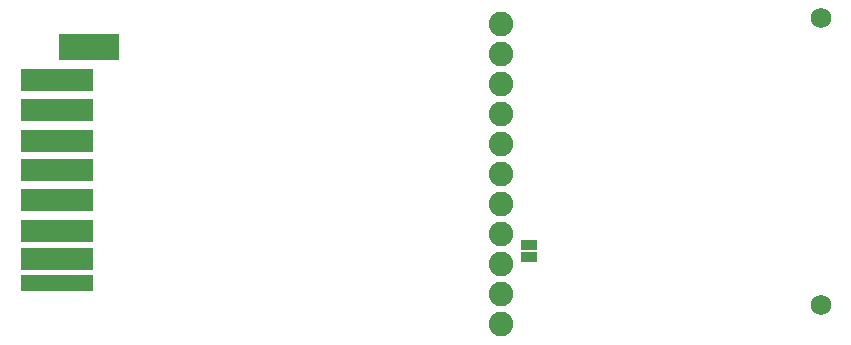
<source format=gbr>
G04 EAGLE Gerber RS-274X export*
G75*
%MOMM*%
%FSLAX34Y34*%
%LPD*%
%INSoldermask Bottom*%
%IPPOS*%
%AMOC8*
5,1,8,0,0,1.08239X$1,22.5*%
G01*
%ADD10R,6.203200X1.953200*%
%ADD11R,6.203200X1.453200*%
%ADD12R,6.203200X1.853200*%
%ADD13R,5.203200X2.203200*%
%ADD14C,1.753200*%
%ADD15R,1.473200X0.838200*%
%ADD16C,2.082800*%


D10*
X30770Y130450D03*
X30770Y155800D03*
D11*
X30770Y60800D03*
D12*
X30770Y80800D03*
D10*
X30770Y104800D03*
X30666Y232546D03*
D13*
X57500Y260400D03*
D10*
X30770Y207050D03*
X30770Y181100D03*
D14*
X677500Y284500D03*
X677500Y41900D03*
D15*
X430530Y82550D03*
X430530Y92710D03*
D16*
X406400Y279400D03*
X406400Y254000D03*
X406400Y228600D03*
X406400Y203200D03*
X406400Y177800D03*
X406400Y152400D03*
X406400Y127000D03*
X406400Y101600D03*
X406400Y76200D03*
X406400Y50800D03*
X406400Y25400D03*
M02*

</source>
